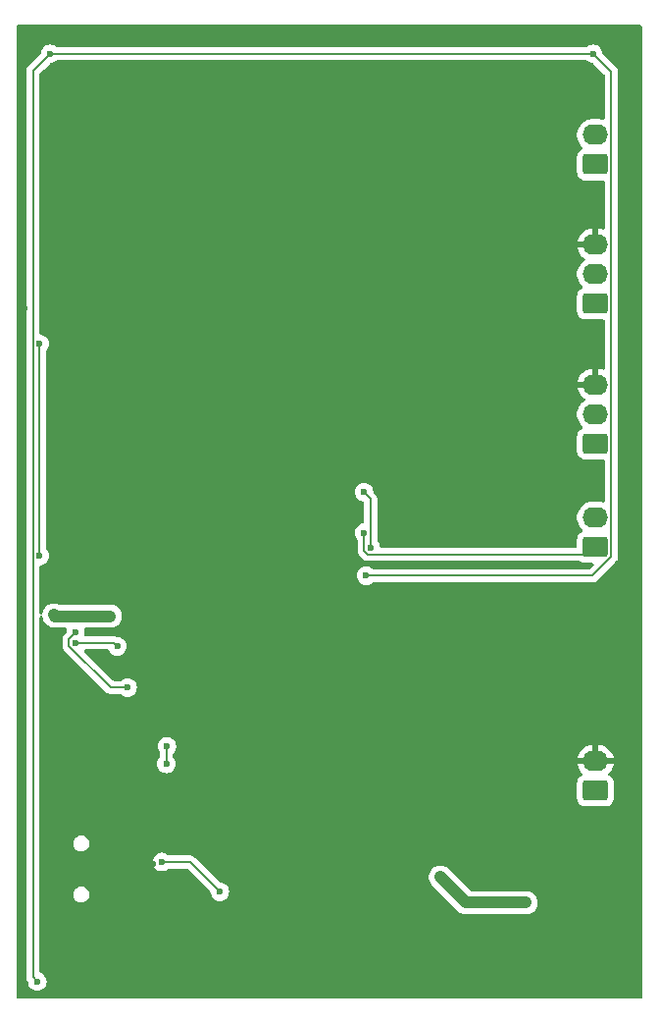
<source format=gbr>
%TF.GenerationSoftware,KiCad,Pcbnew,8.0.6*%
%TF.CreationDate,2025-02-23T18:05:14+01:00*%
%TF.ProjectId,TocBoatReceiver,546f6342-6f61-4745-9265-636569766572,rev?*%
%TF.SameCoordinates,Original*%
%TF.FileFunction,Copper,L2,Bot*%
%TF.FilePolarity,Positive*%
%FSLAX46Y46*%
G04 Gerber Fmt 4.6, Leading zero omitted, Abs format (unit mm)*
G04 Created by KiCad (PCBNEW 8.0.6) date 2025-02-23 18:05:14*
%MOMM*%
%LPD*%
G01*
G04 APERTURE LIST*
G04 Aperture macros list*
%AMRoundRect*
0 Rectangle with rounded corners*
0 $1 Rounding radius*
0 $2 $3 $4 $5 $6 $7 $8 $9 X,Y pos of 4 corners*
0 Add a 4 corners polygon primitive as box body*
4,1,4,$2,$3,$4,$5,$6,$7,$8,$9,$2,$3,0*
0 Add four circle primitives for the rounded corners*
1,1,$1+$1,$2,$3*
1,1,$1+$1,$4,$5*
1,1,$1+$1,$6,$7*
1,1,$1+$1,$8,$9*
0 Add four rect primitives between the rounded corners*
20,1,$1+$1,$2,$3,$4,$5,0*
20,1,$1+$1,$4,$5,$6,$7,0*
20,1,$1+$1,$6,$7,$8,$9,0*
20,1,$1+$1,$8,$9,$2,$3,0*%
G04 Aperture macros list end*
%TA.AperFunction,ComponentPad*%
%ADD10RoundRect,0.250000X0.845000X-0.620000X0.845000X0.620000X-0.845000X0.620000X-0.845000X-0.620000X0*%
%TD*%
%TA.AperFunction,ComponentPad*%
%ADD11O,2.190000X1.740000*%
%TD*%
%TA.AperFunction,ViaPad*%
%ADD12C,0.600000*%
%TD*%
%TA.AperFunction,Conductor*%
%ADD13C,0.127000*%
%TD*%
%TA.AperFunction,Conductor*%
%ADD14C,1.000000*%
%TD*%
%TA.AperFunction,Conductor*%
%ADD15C,0.200000*%
%TD*%
G04 APERTURE END LIST*
D10*
%TO.P,J6,1,Pin_1*%
%TO.N,+BATT*%
X182000000Y-85620000D03*
D11*
%TO.P,J6,2,Pin_2*%
%TO.N,/ESP32/GPIO16*%
X182000000Y-83080000D03*
%TO.P,J6,3,Pin_3*%
%TO.N,GND*%
X182000000Y-80540000D03*
%TD*%
D10*
%TO.P,J7,1,Pin_1*%
%TO.N,+BATT*%
X182000000Y-73540000D03*
D11*
%TO.P,J7,2,Pin_2*%
%TO.N,/ESP32/GPIO14*%
X182000000Y-71000000D03*
%TO.P,J7,3,Pin_3*%
%TO.N,GND*%
X182000000Y-68460000D03*
%TD*%
D10*
%TO.P,J3,1,Pin_1*%
%TO.N,+BATT*%
X182000000Y-115540000D03*
D11*
%TO.P,J3,2,Pin_2*%
%TO.N,GND*%
X182000000Y-113000000D03*
%TD*%
D10*
%TO.P,J4,1,Pin_1*%
%TO.N,Net-(J4-Pin_1)*%
X182000000Y-94540000D03*
D11*
%TO.P,J4,2,Pin_2*%
%TO.N,Net-(J4-Pin_2)*%
X182000000Y-92000000D03*
%TD*%
D10*
%TO.P,J5,1,Pin_1*%
%TO.N,Net-(J5-Pin_1)*%
X182000000Y-61540000D03*
D11*
%TO.P,J5,2,Pin_2*%
%TO.N,Net-(J5-Pin_2)*%
X182000000Y-59000000D03*
%TD*%
D12*
%TO.N,EN*%
X141600000Y-106650000D03*
X137100000Y-101900000D03*
%TO.N,GND*%
X135500000Y-75500000D03*
X140500000Y-91600000D03*
X141700000Y-123900000D03*
X165500000Y-123100000D03*
X143800000Y-121900000D03*
X151200000Y-124200000D03*
X156800000Y-81300000D03*
X132600000Y-78200000D03*
X140500000Y-86600000D03*
X168800000Y-120800000D03*
X132500000Y-100700000D03*
X147300000Y-125000000D03*
X175800000Y-115100000D03*
X132681750Y-73968250D03*
X132400000Y-95200000D03*
X165700000Y-125400000D03*
X158100000Y-98000000D03*
X158000000Y-94000000D03*
X158100000Y-90100000D03*
%TO.N,+3.3V*%
X135236500Y-100400000D03*
X134000000Y-95300000D03*
X176000000Y-125200000D03*
X134000000Y-77000000D03*
X140100000Y-100500000D03*
X168600000Y-123000000D03*
%TO.N,Net-(D1-K)*%
X133800000Y-132000000D03*
X162200000Y-97000000D03*
X134900000Y-52000000D03*
X181800000Y-52000000D03*
%TO.N,D0*%
X140701500Y-103101500D03*
X137100000Y-102800000D03*
%TO.N,+5V*%
X144573108Y-121694310D03*
X149566988Y-124266453D03*
%TO.N,Net-(J4-Pin_1)*%
X162036500Y-93300000D03*
%TO.N,/ESP32/GPIO14*%
X162600000Y-94600000D03*
X162000828Y-89800828D03*
%TO.N,Net-(Q1B-E2)*%
X144951544Y-113248456D03*
X144991317Y-111709500D03*
%TD*%
D13*
%TO.N,EN*%
X137100000Y-101900000D02*
X136536500Y-102463500D01*
X136536500Y-102463500D02*
X136536500Y-103033410D01*
X136536500Y-103033410D02*
X140153090Y-106650000D01*
X140153090Y-106650000D02*
X141600000Y-106650000D01*
D14*
%TO.N,+3.3V*%
X135336500Y-100500000D02*
X135236500Y-100400000D01*
X176000000Y-125200000D02*
X170800000Y-125200000D01*
X140100000Y-100500000D02*
X135336500Y-100500000D01*
D15*
X134000000Y-77000000D02*
X134000000Y-95300000D01*
D14*
X170800000Y-125200000D02*
X168600000Y-123000000D01*
D13*
%TO.N,Net-(D1-K)*%
X183358500Y-53558500D02*
X183358500Y-95379626D01*
X183358500Y-95379626D02*
X181738126Y-97000000D01*
X181800000Y-52000000D02*
X183358500Y-53558500D01*
X181800000Y-52000000D02*
X134900000Y-52000000D01*
X181738126Y-97000000D02*
X162200000Y-97000000D01*
X133436500Y-131636500D02*
X133800000Y-132000000D01*
X134900000Y-52000000D02*
X133436500Y-53463500D01*
X133436500Y-53463500D02*
X133436500Y-131636500D01*
%TO.N,D0*%
X140400000Y-102800000D02*
X140701500Y-103101500D01*
X137100000Y-102800000D02*
X140400000Y-102800000D01*
%TO.N,+5V*%
X146994845Y-121694310D02*
X149566988Y-124266453D01*
X144573108Y-121694310D02*
X146994845Y-121694310D01*
%TO.N,Net-(J4-Pin_1)*%
X162036500Y-94833410D02*
X162036500Y-93300000D01*
X181376500Y-95163500D02*
X162366590Y-95163500D01*
X162366590Y-95163500D02*
X162036500Y-94833410D01*
X182000000Y-94540000D02*
X181376500Y-95163500D01*
%TO.N,/ESP32/GPIO14*%
X162600000Y-90400000D02*
X162000828Y-89800828D01*
X162600000Y-94600000D02*
X162600000Y-90400000D01*
%TO.N,Net-(Q1B-E2)*%
X144951544Y-111749273D02*
X144991317Y-111709500D01*
X144951544Y-113248456D02*
X144951544Y-111749273D01*
%TD*%
%TA.AperFunction,Conductor*%
%TO.N,GND*%
G36*
X185942539Y-49520185D02*
G01*
X185988294Y-49572989D01*
X185999500Y-49624500D01*
X185999500Y-133375500D01*
X185979815Y-133442539D01*
X185927011Y-133488294D01*
X185875500Y-133499500D01*
X132124500Y-133499500D01*
X132057461Y-133479815D01*
X132011706Y-133427011D01*
X132000500Y-133375500D01*
X132000500Y-53389248D01*
X132872500Y-53389248D01*
X132872500Y-131710752D01*
X132901974Y-131820750D01*
X132910935Y-131854195D01*
X132910936Y-131854198D01*
X132981332Y-131976128D01*
X132997165Y-132024244D01*
X133014630Y-132179250D01*
X133014631Y-132179254D01*
X133074211Y-132349523D01*
X133170184Y-132502262D01*
X133297738Y-132629816D01*
X133450478Y-132725789D01*
X133620745Y-132785368D01*
X133620750Y-132785369D01*
X133799996Y-132805565D01*
X133800000Y-132805565D01*
X133800004Y-132805565D01*
X133979249Y-132785369D01*
X133979252Y-132785368D01*
X133979255Y-132785368D01*
X134149522Y-132725789D01*
X134302262Y-132629816D01*
X134429816Y-132502262D01*
X134525789Y-132349522D01*
X134585368Y-132179255D01*
X134585369Y-132179249D01*
X134605565Y-132000003D01*
X134605565Y-131999996D01*
X134585369Y-131820750D01*
X134585368Y-131820745D01*
X134525788Y-131650476D01*
X134429815Y-131497737D01*
X134302262Y-131370184D01*
X134149524Y-131274212D01*
X134149523Y-131274211D01*
X134083544Y-131251124D01*
X134026769Y-131210402D01*
X134001022Y-131145449D01*
X134000500Y-131134083D01*
X134000500Y-124568995D01*
X136899499Y-124568995D01*
X136926418Y-124704322D01*
X136926421Y-124704332D01*
X136979221Y-124831804D01*
X136979228Y-124831817D01*
X137055885Y-124946541D01*
X137055888Y-124946545D01*
X137153454Y-125044111D01*
X137153458Y-125044114D01*
X137268182Y-125120771D01*
X137268195Y-125120778D01*
X137395667Y-125173578D01*
X137395672Y-125173580D01*
X137395676Y-125173580D01*
X137395677Y-125173581D01*
X137531004Y-125200500D01*
X137531007Y-125200500D01*
X137668995Y-125200500D01*
X137760041Y-125182389D01*
X137804328Y-125173580D01*
X137931811Y-125120775D01*
X138046542Y-125044114D01*
X138144114Y-124946542D01*
X138220775Y-124831811D01*
X138273580Y-124704328D01*
X138282389Y-124660041D01*
X138300500Y-124568995D01*
X138300500Y-124431004D01*
X138273581Y-124295677D01*
X138273580Y-124295676D01*
X138273580Y-124295672D01*
X138273578Y-124295667D01*
X138220778Y-124168195D01*
X138220771Y-124168182D01*
X138144114Y-124053458D01*
X138144111Y-124053454D01*
X138046545Y-123955888D01*
X138046541Y-123955885D01*
X137931817Y-123879228D01*
X137931804Y-123879221D01*
X137804332Y-123826421D01*
X137804322Y-123826418D01*
X137668995Y-123799500D01*
X137668993Y-123799500D01*
X137531007Y-123799500D01*
X137531005Y-123799500D01*
X137395677Y-123826418D01*
X137395667Y-123826421D01*
X137268195Y-123879221D01*
X137268182Y-123879228D01*
X137153458Y-123955885D01*
X137153454Y-123955888D01*
X137055888Y-124053454D01*
X137055885Y-124053458D01*
X136979228Y-124168182D01*
X136979221Y-124168195D01*
X136926421Y-124295667D01*
X136926418Y-124295677D01*
X136899500Y-124431004D01*
X136899500Y-124431007D01*
X136899500Y-124568993D01*
X136899500Y-124568995D01*
X136899499Y-124568995D01*
X134000500Y-124568995D01*
X134000500Y-121694306D01*
X143767543Y-121694306D01*
X143767543Y-121694313D01*
X143787738Y-121873559D01*
X143787739Y-121873564D01*
X143847319Y-122043833D01*
X143891012Y-122113369D01*
X143943292Y-122196572D01*
X144070846Y-122324126D01*
X144223586Y-122420099D01*
X144393853Y-122479678D01*
X144393858Y-122479679D01*
X144573104Y-122499875D01*
X144573108Y-122499875D01*
X144573112Y-122499875D01*
X144752357Y-122479679D01*
X144752360Y-122479678D01*
X144752363Y-122479678D01*
X144922630Y-122420099D01*
X145075370Y-122324126D01*
X145104867Y-122294629D01*
X145166190Y-122261144D01*
X145192548Y-122258310D01*
X146709867Y-122258310D01*
X146776906Y-122277995D01*
X146797548Y-122294629D01*
X148729731Y-124226813D01*
X148763216Y-124288136D01*
X148765270Y-124300610D01*
X148781618Y-124445703D01*
X148781619Y-124445707D01*
X148841199Y-124615976D01*
X148896711Y-124704322D01*
X148937172Y-124768715D01*
X149064726Y-124896269D01*
X149217466Y-124992242D01*
X149365699Y-125044111D01*
X149387733Y-125051821D01*
X149387738Y-125051822D01*
X149566984Y-125072018D01*
X149566988Y-125072018D01*
X149566992Y-125072018D01*
X149746237Y-125051822D01*
X149746240Y-125051821D01*
X149746243Y-125051821D01*
X149916510Y-124992242D01*
X150069250Y-124896269D01*
X150196804Y-124768715D01*
X150292777Y-124615975D01*
X150352356Y-124445708D01*
X150352357Y-124445702D01*
X150372553Y-124266456D01*
X150372553Y-124266449D01*
X150352357Y-124087203D01*
X150352356Y-124087198D01*
X150340548Y-124053454D01*
X150292777Y-123916931D01*
X150196804Y-123764191D01*
X150069250Y-123636637D01*
X149916511Y-123540664D01*
X149746242Y-123481084D01*
X149746238Y-123481083D01*
X149601145Y-123464735D01*
X149536731Y-123437668D01*
X149527348Y-123429196D01*
X148999607Y-122901455D01*
X167599500Y-122901455D01*
X167599500Y-123098544D01*
X167637947Y-123291828D01*
X167637949Y-123291836D01*
X167713367Y-123473910D01*
X167713372Y-123473920D01*
X167822860Y-123637780D01*
X167822863Y-123637784D01*
X170019735Y-125834655D01*
X170019764Y-125834686D01*
X170162214Y-125977136D01*
X170162218Y-125977139D01*
X170326079Y-126086628D01*
X170326092Y-126086635D01*
X170454833Y-126139961D01*
X170497744Y-126157735D01*
X170508164Y-126162051D01*
X170604812Y-126181275D01*
X170653135Y-126190887D01*
X170701458Y-126200500D01*
X170701459Y-126200500D01*
X176098543Y-126200500D01*
X176228582Y-126174632D01*
X176291835Y-126162051D01*
X176473914Y-126086632D01*
X176637782Y-125977139D01*
X176777139Y-125837782D01*
X176886632Y-125673914D01*
X176962051Y-125491835D01*
X177000500Y-125298541D01*
X177000500Y-125101459D01*
X177000500Y-125101456D01*
X176962052Y-124908170D01*
X176962051Y-124908169D01*
X176962051Y-124908165D01*
X176930427Y-124831817D01*
X176886635Y-124726092D01*
X176886628Y-124726079D01*
X176777139Y-124562218D01*
X176777136Y-124562214D01*
X176637785Y-124422863D01*
X176637781Y-124422860D01*
X176473920Y-124313371D01*
X176473907Y-124313364D01*
X176291839Y-124237950D01*
X176291829Y-124237947D01*
X176098543Y-124199500D01*
X176098541Y-124199500D01*
X171265782Y-124199500D01*
X171198743Y-124179815D01*
X171178101Y-124163181D01*
X169237784Y-122222863D01*
X169237780Y-122222860D01*
X169073920Y-122113372D01*
X169073910Y-122113367D01*
X168891836Y-122037949D01*
X168891828Y-122037947D01*
X168698543Y-121999500D01*
X168698540Y-121999500D01*
X168501460Y-121999500D01*
X168501457Y-121999500D01*
X168308171Y-122037947D01*
X168308163Y-122037949D01*
X168126089Y-122113367D01*
X168126079Y-122113372D01*
X167962219Y-122222860D01*
X167962215Y-122222863D01*
X167822863Y-122362215D01*
X167822860Y-122362219D01*
X167713372Y-122526079D01*
X167713367Y-122526089D01*
X167637949Y-122708163D01*
X167637947Y-122708171D01*
X167599500Y-122901455D01*
X148999607Y-122901455D01*
X147453228Y-121355077D01*
X147453226Y-121355074D01*
X147341151Y-121242999D01*
X147341149Y-121242997D01*
X147212543Y-121168746D01*
X147212542Y-121168745D01*
X147186942Y-121161886D01*
X147161344Y-121155027D01*
X147161343Y-121155026D01*
X147093814Y-121136932D01*
X147069098Y-121130310D01*
X147069097Y-121130310D01*
X145192548Y-121130310D01*
X145125509Y-121110625D01*
X145104867Y-121093991D01*
X145075370Y-121064494D01*
X144922631Y-120968521D01*
X144752362Y-120908941D01*
X144752357Y-120908940D01*
X144573112Y-120888745D01*
X144573104Y-120888745D01*
X144393858Y-120908940D01*
X144393853Y-120908941D01*
X144223584Y-120968521D01*
X144070845Y-121064494D01*
X143943292Y-121192047D01*
X143847319Y-121344786D01*
X143787739Y-121515055D01*
X143787738Y-121515060D01*
X143767543Y-121694306D01*
X134000500Y-121694306D01*
X134000500Y-120168995D01*
X136899499Y-120168995D01*
X136926418Y-120304322D01*
X136926421Y-120304332D01*
X136979221Y-120431804D01*
X136979228Y-120431817D01*
X137055885Y-120546541D01*
X137055888Y-120546545D01*
X137153454Y-120644111D01*
X137153458Y-120644114D01*
X137268182Y-120720771D01*
X137268195Y-120720778D01*
X137395667Y-120773578D01*
X137395672Y-120773580D01*
X137395676Y-120773580D01*
X137395677Y-120773581D01*
X137531004Y-120800500D01*
X137531007Y-120800500D01*
X137668995Y-120800500D01*
X137760041Y-120782389D01*
X137804328Y-120773580D01*
X137931811Y-120720775D01*
X138046542Y-120644114D01*
X138144114Y-120546542D01*
X138220775Y-120431811D01*
X138273580Y-120304328D01*
X138300500Y-120168993D01*
X138300500Y-120031007D01*
X138300500Y-120031004D01*
X138273581Y-119895677D01*
X138273580Y-119895676D01*
X138273580Y-119895672D01*
X138273578Y-119895667D01*
X138220778Y-119768195D01*
X138220771Y-119768182D01*
X138144114Y-119653458D01*
X138144111Y-119653454D01*
X138046545Y-119555888D01*
X138046541Y-119555885D01*
X137931817Y-119479228D01*
X137931804Y-119479221D01*
X137804332Y-119426421D01*
X137804322Y-119426418D01*
X137668995Y-119399500D01*
X137668993Y-119399500D01*
X137531007Y-119399500D01*
X137531005Y-119399500D01*
X137395677Y-119426418D01*
X137395667Y-119426421D01*
X137268195Y-119479221D01*
X137268182Y-119479228D01*
X137153458Y-119555885D01*
X137153454Y-119555888D01*
X137055888Y-119653454D01*
X137055885Y-119653458D01*
X136979228Y-119768182D01*
X136979221Y-119768195D01*
X136926421Y-119895667D01*
X136926418Y-119895677D01*
X136899500Y-120031004D01*
X136899500Y-120031007D01*
X136899500Y-120168993D01*
X136899500Y-120168995D01*
X136899499Y-120168995D01*
X134000500Y-120168995D01*
X134000500Y-114869983D01*
X180404500Y-114869983D01*
X180404500Y-116210001D01*
X180404501Y-116210018D01*
X180415000Y-116312796D01*
X180415001Y-116312799D01*
X180470185Y-116479331D01*
X180470186Y-116479334D01*
X180562288Y-116628656D01*
X180686344Y-116752712D01*
X180835666Y-116844814D01*
X181002203Y-116899999D01*
X181104991Y-116910500D01*
X182895008Y-116910499D01*
X182997797Y-116899999D01*
X183164334Y-116844814D01*
X183313656Y-116752712D01*
X183437712Y-116628656D01*
X183529814Y-116479334D01*
X183584999Y-116312797D01*
X183595500Y-116210009D01*
X183595499Y-114869992D01*
X183584999Y-114767203D01*
X183529814Y-114600666D01*
X183437712Y-114451344D01*
X183313656Y-114327288D01*
X183164334Y-114235186D01*
X183164332Y-114235185D01*
X183164325Y-114235181D01*
X183163165Y-114234640D01*
X183162503Y-114234057D01*
X183158187Y-114231395D01*
X183158642Y-114230657D01*
X183110727Y-114188466D01*
X183091577Y-114121272D01*
X183111795Y-114054392D01*
X183127892Y-114034578D01*
X183269977Y-113892493D01*
X183396728Y-113718036D01*
X183494627Y-113525901D01*
X183561266Y-113320809D01*
X183572481Y-113250000D01*
X182542709Y-113250000D01*
X182554452Y-113229661D01*
X182595000Y-113078333D01*
X182595000Y-112921667D01*
X182554452Y-112770339D01*
X182542709Y-112750000D01*
X183572481Y-112750000D01*
X183561266Y-112679190D01*
X183494627Y-112474098D01*
X183396728Y-112281963D01*
X183269974Y-112107503D01*
X183269974Y-112107502D01*
X183117497Y-111955025D01*
X182943036Y-111828271D01*
X182750901Y-111730372D01*
X182545809Y-111663734D01*
X182332820Y-111630000D01*
X182250000Y-111630000D01*
X182250000Y-112457290D01*
X182229661Y-112445548D01*
X182078333Y-112405000D01*
X181921667Y-112405000D01*
X181770339Y-112445548D01*
X181750000Y-112457290D01*
X181750000Y-111630000D01*
X181667180Y-111630000D01*
X181454190Y-111663734D01*
X181249098Y-111730372D01*
X181056963Y-111828271D01*
X180882503Y-111955025D01*
X180882502Y-111955025D01*
X180730025Y-112107502D01*
X180730025Y-112107503D01*
X180603271Y-112281963D01*
X180505372Y-112474098D01*
X180438733Y-112679190D01*
X180427519Y-112750000D01*
X181457291Y-112750000D01*
X181445548Y-112770339D01*
X181405000Y-112921667D01*
X181405000Y-113078333D01*
X181445548Y-113229661D01*
X181457291Y-113250000D01*
X180427519Y-113250000D01*
X180438733Y-113320809D01*
X180505372Y-113525901D01*
X180603271Y-113718036D01*
X180730025Y-113892496D01*
X180730025Y-113892497D01*
X180872107Y-114034579D01*
X180905592Y-114095902D01*
X180900608Y-114165594D01*
X180858736Y-114221527D01*
X180836840Y-114234638D01*
X180835672Y-114235182D01*
X180686342Y-114327289D01*
X180562289Y-114451342D01*
X180470187Y-114600663D01*
X180470186Y-114600666D01*
X180415001Y-114767203D01*
X180415001Y-114767204D01*
X180415000Y-114767204D01*
X180404500Y-114869983D01*
X134000500Y-114869983D01*
X134000500Y-113248452D01*
X144145979Y-113248452D01*
X144145979Y-113248459D01*
X144166174Y-113427705D01*
X144166175Y-113427710D01*
X144225755Y-113597979D01*
X144321728Y-113750718D01*
X144449282Y-113878272D01*
X144602022Y-113974245D01*
X144772289Y-114033824D01*
X144772294Y-114033825D01*
X144951540Y-114054021D01*
X144951544Y-114054021D01*
X144951548Y-114054021D01*
X145130793Y-114033825D01*
X145130796Y-114033824D01*
X145130799Y-114033824D01*
X145301066Y-113974245D01*
X145453806Y-113878272D01*
X145581360Y-113750718D01*
X145677333Y-113597978D01*
X145736912Y-113427711D01*
X145757109Y-113248456D01*
X145754991Y-113229661D01*
X145736913Y-113069206D01*
X145736912Y-113069201D01*
X145677333Y-112898934D01*
X145581360Y-112746194D01*
X145551863Y-112716697D01*
X145518378Y-112655374D01*
X145515544Y-112629016D01*
X145515544Y-112368713D01*
X145535229Y-112301674D01*
X145551863Y-112281032D01*
X145557716Y-112275179D01*
X145621133Y-112211762D01*
X145717106Y-112059022D01*
X145776685Y-111888755D01*
X145784432Y-111820000D01*
X145796882Y-111709503D01*
X145796882Y-111709496D01*
X145776686Y-111530250D01*
X145776685Y-111530245D01*
X145717105Y-111359976D01*
X145621132Y-111207237D01*
X145493579Y-111079684D01*
X145340840Y-110983711D01*
X145170571Y-110924131D01*
X145170566Y-110924130D01*
X144991321Y-110903935D01*
X144991313Y-110903935D01*
X144812067Y-110924130D01*
X144812062Y-110924131D01*
X144641793Y-110983711D01*
X144489054Y-111079684D01*
X144361501Y-111207237D01*
X144265528Y-111359976D01*
X144205948Y-111530245D01*
X144205947Y-111530250D01*
X144185752Y-111709496D01*
X144185752Y-111709503D01*
X144205947Y-111888749D01*
X144205948Y-111888754D01*
X144265528Y-112059023D01*
X144365206Y-112217658D01*
X144363780Y-112218553D01*
X144386899Y-112275179D01*
X144387544Y-112287808D01*
X144387544Y-112629016D01*
X144367859Y-112696055D01*
X144351225Y-112716697D01*
X144321728Y-112746193D01*
X144225755Y-112898932D01*
X144166175Y-113069201D01*
X144166174Y-113069206D01*
X144145979Y-113248452D01*
X134000500Y-113248452D01*
X134000500Y-100573595D01*
X134020185Y-100506556D01*
X134072989Y-100460801D01*
X134142147Y-100450857D01*
X134205703Y-100479882D01*
X134243477Y-100538660D01*
X134246117Y-100549404D01*
X134274447Y-100691828D01*
X134274449Y-100691836D01*
X134349867Y-100873910D01*
X134349872Y-100873920D01*
X134459358Y-101037777D01*
X134459361Y-101037781D01*
X134559359Y-101137780D01*
X134559361Y-101137782D01*
X134698718Y-101277139D01*
X134862586Y-101386632D01*
X134969245Y-101430811D01*
X135044664Y-101462051D01*
X135237954Y-101500499D01*
X135237957Y-101500500D01*
X135237959Y-101500500D01*
X136216937Y-101500500D01*
X136283976Y-101520185D01*
X136329731Y-101572989D01*
X136339675Y-101642147D01*
X136333978Y-101665455D01*
X136314633Y-101720737D01*
X136314630Y-101720749D01*
X136298282Y-101865842D01*
X136271215Y-101930256D01*
X136262744Y-101939639D01*
X136190198Y-102012185D01*
X136085188Y-102117194D01*
X136085184Y-102117199D01*
X136034769Y-102204522D01*
X136034769Y-102204523D01*
X136010933Y-102245805D01*
X135997020Y-102297736D01*
X135997020Y-102297737D01*
X135992091Y-102316132D01*
X135972500Y-102389248D01*
X135972500Y-103107662D01*
X136010935Y-103251106D01*
X136085187Y-103379714D01*
X136085189Y-103379716D01*
X136197261Y-103491788D01*
X136197266Y-103491792D01*
X139806786Y-107101313D01*
X139806787Y-107101314D01*
X139806789Y-107101315D01*
X139935390Y-107175563D01*
X139935391Y-107175563D01*
X139935394Y-107175565D01*
X140078838Y-107214001D01*
X140078841Y-107214001D01*
X140234939Y-107214001D01*
X140234955Y-107214000D01*
X140980560Y-107214000D01*
X141047599Y-107233685D01*
X141068241Y-107250319D01*
X141097738Y-107279816D01*
X141250478Y-107375789D01*
X141420745Y-107435368D01*
X141420750Y-107435369D01*
X141599996Y-107455565D01*
X141600000Y-107455565D01*
X141600004Y-107455565D01*
X141779249Y-107435369D01*
X141779252Y-107435368D01*
X141779255Y-107435368D01*
X141949522Y-107375789D01*
X142102262Y-107279816D01*
X142229816Y-107152262D01*
X142325789Y-106999522D01*
X142385368Y-106829255D01*
X142405565Y-106650000D01*
X142385368Y-106470745D01*
X142325789Y-106300478D01*
X142229816Y-106147738D01*
X142102262Y-106020184D01*
X141949523Y-105924211D01*
X141779254Y-105864631D01*
X141779249Y-105864630D01*
X141600004Y-105844435D01*
X141599996Y-105844435D01*
X141420750Y-105864630D01*
X141420745Y-105864631D01*
X141250476Y-105924211D01*
X141097737Y-106020184D01*
X141068241Y-106049681D01*
X141006918Y-106083166D01*
X140980560Y-106086000D01*
X140438069Y-106086000D01*
X140371030Y-106066315D01*
X140350388Y-106049681D01*
X137876388Y-103575681D01*
X137842903Y-103514358D01*
X137847887Y-103444666D01*
X137889759Y-103388733D01*
X137955223Y-103364316D01*
X137964069Y-103364000D01*
X139857278Y-103364000D01*
X139924317Y-103383685D01*
X139970072Y-103436489D01*
X139974320Y-103447048D01*
X139975709Y-103451019D01*
X139975710Y-103451022D01*
X140071684Y-103603762D01*
X140199238Y-103731316D01*
X140351978Y-103827289D01*
X140522245Y-103886868D01*
X140522250Y-103886869D01*
X140701496Y-103907065D01*
X140701500Y-103907065D01*
X140701504Y-103907065D01*
X140880749Y-103886869D01*
X140880752Y-103886868D01*
X140880755Y-103886868D01*
X141051022Y-103827289D01*
X141203762Y-103731316D01*
X141331316Y-103603762D01*
X141427289Y-103451022D01*
X141486868Y-103280755D01*
X141486869Y-103280749D01*
X141507065Y-103101503D01*
X141507065Y-103101496D01*
X141486869Y-102922250D01*
X141486868Y-102922245D01*
X141427288Y-102751976D01*
X141331315Y-102599237D01*
X141203762Y-102471684D01*
X141051023Y-102375711D01*
X140880754Y-102316131D01*
X140880749Y-102316130D01*
X140701504Y-102295935D01*
X140694539Y-102295935D01*
X140694539Y-102294260D01*
X140634257Y-102283698D01*
X140627203Y-102279924D01*
X140617696Y-102274435D01*
X140510842Y-102245804D01*
X140510840Y-102245803D01*
X140510838Y-102245802D01*
X140474254Y-102236000D01*
X140474253Y-102236000D01*
X140474252Y-102236000D01*
X138005083Y-102236000D01*
X137938044Y-102216315D01*
X137892289Y-102163511D01*
X137882345Y-102094353D01*
X137884193Y-102084404D01*
X137885366Y-102079260D01*
X137885368Y-102079255D01*
X137905565Y-101900000D01*
X137901716Y-101865842D01*
X137885369Y-101720750D01*
X137885366Y-101720737D01*
X137866022Y-101665455D01*
X137862460Y-101595676D01*
X137897188Y-101535049D01*
X137959182Y-101502821D01*
X137983063Y-101500500D01*
X140198543Y-101500500D01*
X140328582Y-101474632D01*
X140391835Y-101462051D01*
X140573914Y-101386632D01*
X140737782Y-101277139D01*
X140877139Y-101137782D01*
X140877141Y-101137780D01*
X140986628Y-100973920D01*
X140986628Y-100973919D01*
X140986632Y-100973914D01*
X141062051Y-100791835D01*
X141100500Y-100598541D01*
X141100500Y-100401459D01*
X141100500Y-100401456D01*
X141062052Y-100208170D01*
X141062051Y-100208169D01*
X141062051Y-100208165D01*
X141062049Y-100208160D01*
X140986635Y-100026092D01*
X140986628Y-100026079D01*
X140877139Y-99862218D01*
X140877136Y-99862214D01*
X140737785Y-99722863D01*
X140737781Y-99722860D01*
X140573920Y-99613371D01*
X140573907Y-99613364D01*
X140391839Y-99537950D01*
X140391829Y-99537947D01*
X140198543Y-99499500D01*
X140198541Y-99499500D01*
X135701597Y-99499500D01*
X135654144Y-99490061D01*
X135528336Y-99437949D01*
X135528328Y-99437947D01*
X135335043Y-99399500D01*
X135335040Y-99399500D01*
X135137960Y-99399500D01*
X135137957Y-99399500D01*
X134944671Y-99437947D01*
X134944663Y-99437949D01*
X134762589Y-99513367D01*
X134762579Y-99513372D01*
X134598719Y-99622860D01*
X134598715Y-99622863D01*
X134459363Y-99762215D01*
X134459360Y-99762219D01*
X134349872Y-99926079D01*
X134349867Y-99926089D01*
X134274449Y-100108163D01*
X134274447Y-100108171D01*
X134246117Y-100250595D01*
X134213732Y-100312506D01*
X134153016Y-100347080D01*
X134083247Y-100343341D01*
X134026575Y-100302474D01*
X134000994Y-100237456D01*
X134000500Y-100226404D01*
X134000500Y-96216321D01*
X134020185Y-96149282D01*
X134072989Y-96103527D01*
X134110612Y-96093101D01*
X134179255Y-96085368D01*
X134349522Y-96025789D01*
X134502262Y-95929816D01*
X134629816Y-95802262D01*
X134725789Y-95649522D01*
X134785368Y-95479255D01*
X134785369Y-95479249D01*
X134805565Y-95300003D01*
X134805565Y-95299996D01*
X134785369Y-95120750D01*
X134785368Y-95120745D01*
X134725788Y-94950476D01*
X134629813Y-94797734D01*
X134627550Y-94794896D01*
X134626659Y-94792715D01*
X134626111Y-94791842D01*
X134626264Y-94791745D01*
X134601144Y-94730209D01*
X134600500Y-94717587D01*
X134600500Y-77582412D01*
X134620185Y-77515373D01*
X134627555Y-77505097D01*
X134629810Y-77502267D01*
X134629816Y-77502262D01*
X134725789Y-77349522D01*
X134785368Y-77179255D01*
X134805565Y-77000000D01*
X134785368Y-76820745D01*
X134725789Y-76650478D01*
X134629816Y-76497738D01*
X134502262Y-76370184D01*
X134349521Y-76274210D01*
X134179249Y-76214630D01*
X134110616Y-76206897D01*
X134046202Y-76179830D01*
X134006647Y-76122235D01*
X134000500Y-76083677D01*
X134000500Y-53748478D01*
X134020185Y-53681439D01*
X134036819Y-53660797D01*
X134356816Y-53340800D01*
X134860362Y-52837253D01*
X134921683Y-52803770D01*
X134934151Y-52801717D01*
X134999071Y-52794402D01*
X135079250Y-52785369D01*
X135079253Y-52785368D01*
X135079255Y-52785368D01*
X135249522Y-52725789D01*
X135402262Y-52629816D01*
X135431759Y-52600319D01*
X135493082Y-52566834D01*
X135519440Y-52564000D01*
X181180560Y-52564000D01*
X181247599Y-52583685D01*
X181268241Y-52600319D01*
X181297738Y-52629816D01*
X181450478Y-52725789D01*
X181620745Y-52785368D01*
X181620749Y-52785369D01*
X181721616Y-52796733D01*
X181765841Y-52801716D01*
X181830255Y-52828782D01*
X181839639Y-52837255D01*
X182758181Y-53755797D01*
X182791666Y-53817120D01*
X182794500Y-53843478D01*
X182794500Y-57573341D01*
X182774815Y-57640380D01*
X182722011Y-57686135D01*
X182652853Y-57696079D01*
X182632183Y-57691272D01*
X182545927Y-57663246D01*
X182545922Y-57663245D01*
X182332866Y-57629500D01*
X182332861Y-57629500D01*
X181667139Y-57629500D01*
X181667134Y-57629500D01*
X181454077Y-57663245D01*
X181248908Y-57729909D01*
X181056700Y-57827843D01*
X180957129Y-57900186D01*
X180882179Y-57954641D01*
X180882177Y-57954643D01*
X180882176Y-57954643D01*
X180729643Y-58107176D01*
X180729643Y-58107177D01*
X180729641Y-58107179D01*
X180675186Y-58182129D01*
X180602843Y-58281700D01*
X180504909Y-58473908D01*
X180438245Y-58679077D01*
X180404500Y-58892133D01*
X180404500Y-59107866D01*
X180438245Y-59320922D01*
X180438246Y-59320926D01*
X180504908Y-59526089D01*
X180602843Y-59718299D01*
X180729641Y-59892821D01*
X180729643Y-59892823D01*
X180871624Y-60034804D01*
X180905109Y-60096127D01*
X180900125Y-60165819D01*
X180858253Y-60221752D01*
X180836360Y-60234861D01*
X180835677Y-60235179D01*
X180686342Y-60327289D01*
X180562289Y-60451342D01*
X180470187Y-60600663D01*
X180470186Y-60600666D01*
X180415001Y-60767203D01*
X180415001Y-60767204D01*
X180415000Y-60767204D01*
X180404500Y-60869983D01*
X180404500Y-62210001D01*
X180404501Y-62210018D01*
X180415000Y-62312796D01*
X180415001Y-62312799D01*
X180470185Y-62479331D01*
X180470186Y-62479334D01*
X180562288Y-62628656D01*
X180686344Y-62752712D01*
X180835666Y-62844814D01*
X181002203Y-62899999D01*
X181104991Y-62910500D01*
X182670500Y-62910499D01*
X182737539Y-62930184D01*
X182783294Y-62982987D01*
X182794500Y-63034499D01*
X182794500Y-67033866D01*
X182774815Y-67100905D01*
X182722011Y-67146660D01*
X182652853Y-67156604D01*
X182632183Y-67151797D01*
X182545817Y-67123735D01*
X182545810Y-67123734D01*
X182332820Y-67090000D01*
X182250000Y-67090000D01*
X182250000Y-67917290D01*
X182229661Y-67905548D01*
X182078333Y-67865000D01*
X181921667Y-67865000D01*
X181770339Y-67905548D01*
X181750000Y-67917290D01*
X181750000Y-67090000D01*
X181667180Y-67090000D01*
X181454190Y-67123734D01*
X181249098Y-67190372D01*
X181056963Y-67288271D01*
X180882503Y-67415025D01*
X180882502Y-67415025D01*
X180730025Y-67567502D01*
X180730025Y-67567503D01*
X180603271Y-67741963D01*
X180505372Y-67934098D01*
X180438733Y-68139190D01*
X180427519Y-68210000D01*
X181457291Y-68210000D01*
X181445548Y-68230339D01*
X181405000Y-68381667D01*
X181405000Y-68538333D01*
X181445548Y-68689661D01*
X181457291Y-68710000D01*
X180427519Y-68710000D01*
X180438733Y-68780809D01*
X180505372Y-68985901D01*
X180603271Y-69178036D01*
X180730025Y-69352496D01*
X180730025Y-69352497D01*
X180882502Y-69504974D01*
X181053720Y-69629372D01*
X181096385Y-69684702D01*
X181102364Y-69754316D01*
X181069758Y-69816110D01*
X181053720Y-69830008D01*
X180882177Y-69954642D01*
X180729643Y-70107176D01*
X180729643Y-70107177D01*
X180729641Y-70107179D01*
X180675186Y-70182129D01*
X180602843Y-70281700D01*
X180504909Y-70473908D01*
X180438245Y-70679077D01*
X180404500Y-70892133D01*
X180404500Y-71107866D01*
X180438245Y-71320922D01*
X180438246Y-71320926D01*
X180504908Y-71526089D01*
X180602843Y-71718299D01*
X180729641Y-71892821D01*
X180729643Y-71892823D01*
X180871624Y-72034804D01*
X180905109Y-72096127D01*
X180900125Y-72165819D01*
X180858253Y-72221752D01*
X180836360Y-72234861D01*
X180835677Y-72235179D01*
X180686342Y-72327289D01*
X180562289Y-72451342D01*
X180470187Y-72600663D01*
X180470186Y-72600666D01*
X180415001Y-72767203D01*
X180415001Y-72767204D01*
X180415000Y-72767204D01*
X180404500Y-72869983D01*
X180404500Y-74210001D01*
X180404501Y-74210018D01*
X180415000Y-74312796D01*
X180415001Y-74312799D01*
X180470185Y-74479331D01*
X180470186Y-74479334D01*
X180562288Y-74628656D01*
X180686344Y-74752712D01*
X180835666Y-74844814D01*
X181002203Y-74899999D01*
X181104991Y-74910500D01*
X182670500Y-74910499D01*
X182737539Y-74930184D01*
X182783294Y-74982987D01*
X182794500Y-75034499D01*
X182794500Y-79113866D01*
X182774815Y-79180905D01*
X182722011Y-79226660D01*
X182652853Y-79236604D01*
X182632183Y-79231797D01*
X182545817Y-79203735D01*
X182545810Y-79203734D01*
X182332820Y-79170000D01*
X182250000Y-79170000D01*
X182250000Y-79997290D01*
X182229661Y-79985548D01*
X182078333Y-79945000D01*
X181921667Y-79945000D01*
X181770339Y-79985548D01*
X181750000Y-79997290D01*
X181750000Y-79170000D01*
X181667180Y-79170000D01*
X181454190Y-79203734D01*
X181249098Y-79270372D01*
X181056963Y-79368271D01*
X180882503Y-79495025D01*
X180882502Y-79495025D01*
X180730025Y-79647502D01*
X180730025Y-79647503D01*
X180603271Y-79821963D01*
X180505372Y-80014098D01*
X180438733Y-80219190D01*
X180427519Y-80290000D01*
X181457291Y-80290000D01*
X181445548Y-80310339D01*
X181405000Y-80461667D01*
X181405000Y-80618333D01*
X181445548Y-80769661D01*
X181457291Y-80790000D01*
X180427519Y-80790000D01*
X180438733Y-80860809D01*
X180505372Y-81065901D01*
X180603271Y-81258036D01*
X180730025Y-81432496D01*
X180730025Y-81432497D01*
X180882502Y-81584974D01*
X181053720Y-81709372D01*
X181096385Y-81764702D01*
X181102364Y-81834316D01*
X181069758Y-81896110D01*
X181053720Y-81910008D01*
X180882177Y-82034642D01*
X180729643Y-82187176D01*
X180729643Y-82187177D01*
X180729641Y-82187179D01*
X180675186Y-82262129D01*
X180602843Y-82361700D01*
X180504909Y-82553908D01*
X180438245Y-82759077D01*
X180404500Y-82972133D01*
X180404500Y-83187866D01*
X180438245Y-83400922D01*
X180438246Y-83400926D01*
X180504908Y-83606089D01*
X180602843Y-83798299D01*
X180729641Y-83972821D01*
X180729643Y-83972823D01*
X180871624Y-84114804D01*
X180905109Y-84176127D01*
X180900125Y-84245819D01*
X180858253Y-84301752D01*
X180836360Y-84314861D01*
X180835677Y-84315179D01*
X180686342Y-84407289D01*
X180562289Y-84531342D01*
X180470187Y-84680663D01*
X180470186Y-84680666D01*
X180415001Y-84847203D01*
X180415001Y-84847204D01*
X180415000Y-84847204D01*
X180404500Y-84949983D01*
X180404500Y-86290001D01*
X180404501Y-86290018D01*
X180415000Y-86392796D01*
X180415001Y-86392799D01*
X180470185Y-86559331D01*
X180470186Y-86559334D01*
X180562288Y-86708656D01*
X180686344Y-86832712D01*
X180835666Y-86924814D01*
X181002203Y-86979999D01*
X181104991Y-86990500D01*
X182670500Y-86990499D01*
X182737539Y-87010184D01*
X182783294Y-87062987D01*
X182794500Y-87114499D01*
X182794500Y-90573341D01*
X182774815Y-90640380D01*
X182722011Y-90686135D01*
X182652853Y-90696079D01*
X182632183Y-90691272D01*
X182545927Y-90663246D01*
X182545922Y-90663245D01*
X182332866Y-90629500D01*
X182332861Y-90629500D01*
X181667139Y-90629500D01*
X181667134Y-90629500D01*
X181454077Y-90663245D01*
X181248908Y-90729909D01*
X181056700Y-90827843D01*
X180957129Y-90900186D01*
X180882179Y-90954641D01*
X180882177Y-90954643D01*
X180882176Y-90954643D01*
X180729643Y-91107176D01*
X180729643Y-91107177D01*
X180729641Y-91107179D01*
X180675186Y-91182129D01*
X180602843Y-91281700D01*
X180504909Y-91473908D01*
X180438245Y-91679077D01*
X180404500Y-91892133D01*
X180404500Y-92107866D01*
X180438245Y-92320922D01*
X180438246Y-92320926D01*
X180504908Y-92526089D01*
X180602843Y-92718299D01*
X180729641Y-92892821D01*
X180729643Y-92892823D01*
X180871624Y-93034804D01*
X180905109Y-93096127D01*
X180900125Y-93165819D01*
X180858253Y-93221752D01*
X180836360Y-93234861D01*
X180835677Y-93235179D01*
X180686342Y-93327289D01*
X180562289Y-93451342D01*
X180470187Y-93600663D01*
X180470186Y-93600666D01*
X180415001Y-93767203D01*
X180415001Y-93767204D01*
X180415000Y-93767204D01*
X180404500Y-93869983D01*
X180404500Y-93869996D01*
X180404501Y-94475500D01*
X180384817Y-94542539D01*
X180332013Y-94588294D01*
X180280501Y-94599500D01*
X163516322Y-94599500D01*
X163449283Y-94579815D01*
X163403528Y-94527011D01*
X163393102Y-94489383D01*
X163385369Y-94420750D01*
X163385368Y-94420748D01*
X163385368Y-94420745D01*
X163325789Y-94250478D01*
X163229816Y-94097738D01*
X163200319Y-94068241D01*
X163166834Y-94006918D01*
X163164000Y-93980560D01*
X163164000Y-90325750D01*
X163164000Y-90325748D01*
X163125565Y-90182304D01*
X163051313Y-90053696D01*
X162946304Y-89948687D01*
X162946303Y-89948686D01*
X162941973Y-89944356D01*
X162941962Y-89944346D01*
X162838083Y-89840467D01*
X162804598Y-89779144D01*
X162802544Y-89766669D01*
X162786197Y-89621577D01*
X162786196Y-89621573D01*
X162726616Y-89451304D01*
X162630643Y-89298565D01*
X162503090Y-89171012D01*
X162350351Y-89075039D01*
X162180082Y-89015459D01*
X162180077Y-89015458D01*
X162000832Y-88995263D01*
X162000824Y-88995263D01*
X161821578Y-89015458D01*
X161821573Y-89015459D01*
X161651304Y-89075039D01*
X161498565Y-89171012D01*
X161371012Y-89298565D01*
X161275039Y-89451304D01*
X161215459Y-89621573D01*
X161215458Y-89621578D01*
X161195263Y-89800824D01*
X161195263Y-89800831D01*
X161215458Y-89980077D01*
X161215459Y-89980082D01*
X161275039Y-90150351D01*
X161295115Y-90182301D01*
X161371012Y-90303090D01*
X161498566Y-90430644D01*
X161651306Y-90526617D01*
X161784836Y-90573341D01*
X161821573Y-90586196D01*
X161821578Y-90586197D01*
X161925883Y-90597949D01*
X161990297Y-90625015D01*
X162029852Y-90682610D01*
X162036000Y-90721169D01*
X162036000Y-92383677D01*
X162016315Y-92450716D01*
X161963511Y-92496471D01*
X161925884Y-92506897D01*
X161857250Y-92514630D01*
X161686978Y-92574210D01*
X161534237Y-92670184D01*
X161406684Y-92797737D01*
X161310711Y-92950476D01*
X161251131Y-93120745D01*
X161251130Y-93120750D01*
X161230935Y-93299996D01*
X161230935Y-93300003D01*
X161251130Y-93479249D01*
X161251131Y-93479254D01*
X161310711Y-93649523D01*
X161406684Y-93802262D01*
X161436181Y-93831759D01*
X161469666Y-93893082D01*
X161472500Y-93919440D01*
X161472500Y-94759157D01*
X161472500Y-94907663D01*
X161506170Y-95033322D01*
X161510935Y-95051106D01*
X161585187Y-95179714D01*
X161585189Y-95179716D01*
X161697261Y-95291788D01*
X161697267Y-95291793D01*
X161910936Y-95505462D01*
X161910946Y-95505473D01*
X161915276Y-95509803D01*
X161915277Y-95509804D01*
X162020286Y-95614813D01*
X162113649Y-95668716D01*
X162148894Y-95689065D01*
X162292338Y-95727501D01*
X162292341Y-95727501D01*
X162448439Y-95727501D01*
X162448455Y-95727500D01*
X180611358Y-95727500D01*
X180678397Y-95747185D01*
X180684824Y-95751774D01*
X180686342Y-95752710D01*
X180686344Y-95752712D01*
X180835666Y-95844814D01*
X181002203Y-95899999D01*
X181104991Y-95910500D01*
X181730649Y-95910499D01*
X181797687Y-95930183D01*
X181843442Y-95982987D01*
X181853386Y-96052146D01*
X181824361Y-96115702D01*
X181818329Y-96122180D01*
X181540829Y-96399681D01*
X181479506Y-96433166D01*
X181453148Y-96436000D01*
X162819440Y-96436000D01*
X162752401Y-96416315D01*
X162731759Y-96399681D01*
X162702262Y-96370184D01*
X162549523Y-96274211D01*
X162379254Y-96214631D01*
X162379249Y-96214630D01*
X162200004Y-96194435D01*
X162199996Y-96194435D01*
X162020750Y-96214630D01*
X162020745Y-96214631D01*
X161850476Y-96274211D01*
X161697737Y-96370184D01*
X161570184Y-96497737D01*
X161474211Y-96650476D01*
X161414631Y-96820745D01*
X161414630Y-96820750D01*
X161394435Y-96999996D01*
X161394435Y-97000003D01*
X161414630Y-97179249D01*
X161414631Y-97179254D01*
X161474211Y-97349523D01*
X161538171Y-97451314D01*
X161570184Y-97502262D01*
X161697738Y-97629816D01*
X161850478Y-97725789D01*
X162020745Y-97785368D01*
X162020750Y-97785369D01*
X162199996Y-97805565D01*
X162200000Y-97805565D01*
X162200004Y-97805565D01*
X162379249Y-97785369D01*
X162379252Y-97785368D01*
X162379255Y-97785368D01*
X162549522Y-97725789D01*
X162702262Y-97629816D01*
X162731759Y-97600319D01*
X162793082Y-97566834D01*
X162819440Y-97564000D01*
X181812377Y-97564000D01*
X181812379Y-97564000D01*
X181955822Y-97525565D01*
X182084430Y-97451313D01*
X182189439Y-97346304D01*
X182189439Y-97346302D01*
X182199643Y-97336099D01*
X182199647Y-97336094D01*
X183694594Y-95841147D01*
X183694599Y-95841143D01*
X183704802Y-95830939D01*
X183704804Y-95830939D01*
X183809813Y-95725930D01*
X183884065Y-95597322D01*
X183922500Y-95453878D01*
X183922500Y-53642755D01*
X183922501Y-53642742D01*
X183922501Y-53484250D01*
X183922501Y-53484248D01*
X183884065Y-53340804D01*
X183809813Y-53212196D01*
X183704804Y-53107187D01*
X183704803Y-53107186D01*
X183700473Y-53102856D01*
X183700462Y-53102846D01*
X182637255Y-52039639D01*
X182603770Y-51978316D01*
X182601716Y-51965841D01*
X182585369Y-51820749D01*
X182585368Y-51820745D01*
X182525788Y-51650476D01*
X182429815Y-51497737D01*
X182302262Y-51370184D01*
X182149523Y-51274211D01*
X181979254Y-51214631D01*
X181979249Y-51214630D01*
X181800004Y-51194435D01*
X181799996Y-51194435D01*
X181620750Y-51214630D01*
X181620745Y-51214631D01*
X181450476Y-51274211D01*
X181297737Y-51370184D01*
X181268241Y-51399681D01*
X181206918Y-51433166D01*
X181180560Y-51436000D01*
X135519440Y-51436000D01*
X135452401Y-51416315D01*
X135431759Y-51399681D01*
X135402262Y-51370184D01*
X135249523Y-51274211D01*
X135079254Y-51214631D01*
X135079249Y-51214630D01*
X134900004Y-51194435D01*
X134899996Y-51194435D01*
X134720750Y-51214630D01*
X134720745Y-51214631D01*
X134550476Y-51274211D01*
X134397737Y-51370184D01*
X134270184Y-51497737D01*
X134174211Y-51650476D01*
X134114631Y-51820745D01*
X134114630Y-51820749D01*
X134098283Y-51965840D01*
X134071216Y-52030254D01*
X134062744Y-52039637D01*
X133090198Y-53012185D01*
X132985189Y-53117193D01*
X132985185Y-53117199D01*
X132910936Y-53245801D01*
X132910935Y-53245804D01*
X132872500Y-53389248D01*
X132000500Y-53389248D01*
X132000500Y-49624500D01*
X132020185Y-49557461D01*
X132072989Y-49511706D01*
X132124500Y-49500500D01*
X185875500Y-49500500D01*
X185942539Y-49520185D01*
G37*
%TD.AperFunction*%
%TD*%
M02*

</source>
